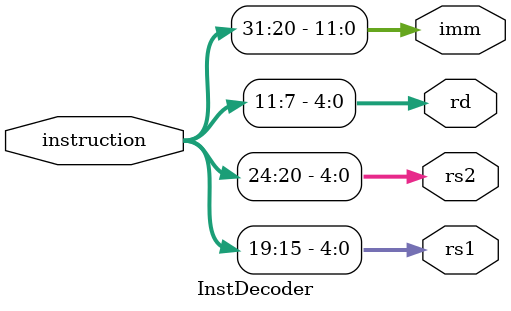
<source format=v>
module InstDecoder (instruction, rs1, rs2, rd, imm);
input[31:0] instruction;

output wire[4:0] rs1, rs2, rd;
output wire[11:0] imm;

assign rd = instruction[11:7];
assign rs1 = instruction[19:15];
assign rs2 = instruction[24:20];
assign imm = instruction[31:20];

endmodule

</source>
